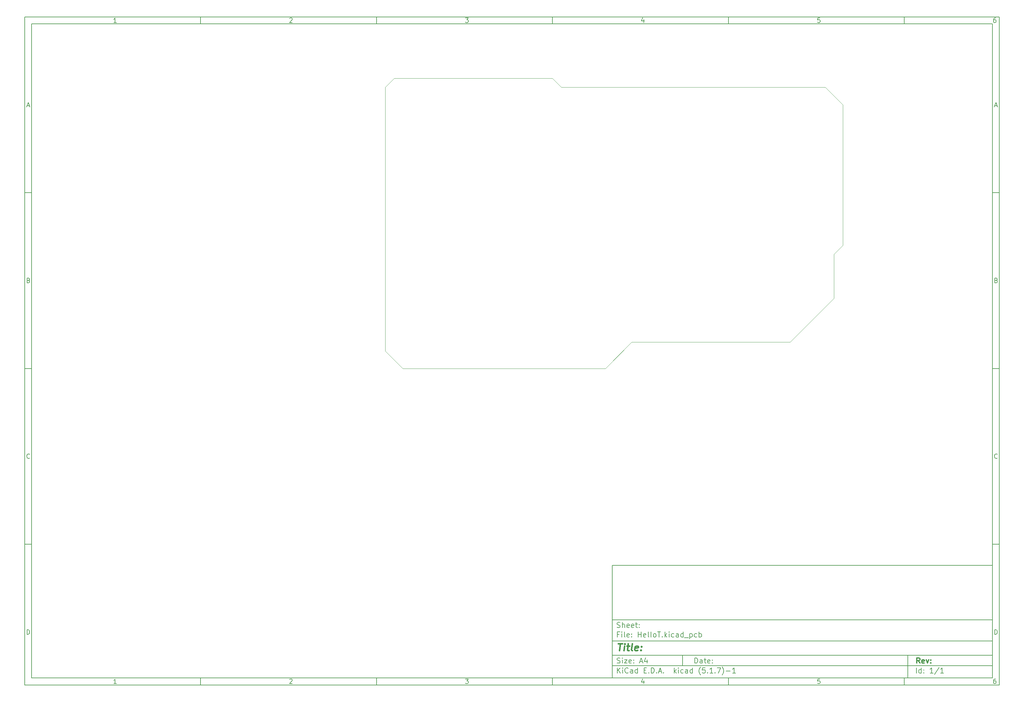
<source format=gbr>
%TF.GenerationSoftware,KiCad,Pcbnew,(5.1.7)-1*%
%TF.CreationDate,2020-12-03T05:33:56-05:00*%
%TF.ProjectId,HelIoT,48656c49-6f54-42e6-9b69-6361645f7063,rev?*%
%TF.SameCoordinates,Original*%
%TF.FileFunction,Profile,NP*%
%FSLAX46Y46*%
G04 Gerber Fmt 4.6, Leading zero omitted, Abs format (unit mm)*
G04 Created by KiCad (PCBNEW (5.1.7)-1) date 2020-12-03 05:33:56*
%MOMM*%
%LPD*%
G01*
G04 APERTURE LIST*
%ADD10C,0.100000*%
%ADD11C,0.150000*%
%ADD12C,0.300000*%
%ADD13C,0.400000*%
%TA.AperFunction,Profile*%
%ADD14C,0.100000*%
%TD*%
G04 APERTURE END LIST*
D10*
D11*
X177002200Y-166007200D02*
X177002200Y-198007200D01*
X285002200Y-198007200D01*
X285002200Y-166007200D01*
X177002200Y-166007200D01*
D10*
D11*
X10000000Y-10000000D02*
X10000000Y-200007200D01*
X287002200Y-200007200D01*
X287002200Y-10000000D01*
X10000000Y-10000000D01*
D10*
D11*
X12000000Y-12000000D02*
X12000000Y-198007200D01*
X285002200Y-198007200D01*
X285002200Y-12000000D01*
X12000000Y-12000000D01*
D10*
D11*
X60000000Y-12000000D02*
X60000000Y-10000000D01*
D10*
D11*
X110000000Y-12000000D02*
X110000000Y-10000000D01*
D10*
D11*
X160000000Y-12000000D02*
X160000000Y-10000000D01*
D10*
D11*
X210000000Y-12000000D02*
X210000000Y-10000000D01*
D10*
D11*
X260000000Y-12000000D02*
X260000000Y-10000000D01*
D10*
D11*
X36065476Y-11588095D02*
X35322619Y-11588095D01*
X35694047Y-11588095D02*
X35694047Y-10288095D01*
X35570238Y-10473809D01*
X35446428Y-10597619D01*
X35322619Y-10659523D01*
D10*
D11*
X85322619Y-10411904D02*
X85384523Y-10350000D01*
X85508333Y-10288095D01*
X85817857Y-10288095D01*
X85941666Y-10350000D01*
X86003571Y-10411904D01*
X86065476Y-10535714D01*
X86065476Y-10659523D01*
X86003571Y-10845238D01*
X85260714Y-11588095D01*
X86065476Y-11588095D01*
D10*
D11*
X135260714Y-10288095D02*
X136065476Y-10288095D01*
X135632142Y-10783333D01*
X135817857Y-10783333D01*
X135941666Y-10845238D01*
X136003571Y-10907142D01*
X136065476Y-11030952D01*
X136065476Y-11340476D01*
X136003571Y-11464285D01*
X135941666Y-11526190D01*
X135817857Y-11588095D01*
X135446428Y-11588095D01*
X135322619Y-11526190D01*
X135260714Y-11464285D01*
D10*
D11*
X185941666Y-10721428D02*
X185941666Y-11588095D01*
X185632142Y-10226190D02*
X185322619Y-11154761D01*
X186127380Y-11154761D01*
D10*
D11*
X236003571Y-10288095D02*
X235384523Y-10288095D01*
X235322619Y-10907142D01*
X235384523Y-10845238D01*
X235508333Y-10783333D01*
X235817857Y-10783333D01*
X235941666Y-10845238D01*
X236003571Y-10907142D01*
X236065476Y-11030952D01*
X236065476Y-11340476D01*
X236003571Y-11464285D01*
X235941666Y-11526190D01*
X235817857Y-11588095D01*
X235508333Y-11588095D01*
X235384523Y-11526190D01*
X235322619Y-11464285D01*
D10*
D11*
X285941666Y-10288095D02*
X285694047Y-10288095D01*
X285570238Y-10350000D01*
X285508333Y-10411904D01*
X285384523Y-10597619D01*
X285322619Y-10845238D01*
X285322619Y-11340476D01*
X285384523Y-11464285D01*
X285446428Y-11526190D01*
X285570238Y-11588095D01*
X285817857Y-11588095D01*
X285941666Y-11526190D01*
X286003571Y-11464285D01*
X286065476Y-11340476D01*
X286065476Y-11030952D01*
X286003571Y-10907142D01*
X285941666Y-10845238D01*
X285817857Y-10783333D01*
X285570238Y-10783333D01*
X285446428Y-10845238D01*
X285384523Y-10907142D01*
X285322619Y-11030952D01*
D10*
D11*
X60000000Y-198007200D02*
X60000000Y-200007200D01*
D10*
D11*
X110000000Y-198007200D02*
X110000000Y-200007200D01*
D10*
D11*
X160000000Y-198007200D02*
X160000000Y-200007200D01*
D10*
D11*
X210000000Y-198007200D02*
X210000000Y-200007200D01*
D10*
D11*
X260000000Y-198007200D02*
X260000000Y-200007200D01*
D10*
D11*
X36065476Y-199595295D02*
X35322619Y-199595295D01*
X35694047Y-199595295D02*
X35694047Y-198295295D01*
X35570238Y-198481009D01*
X35446428Y-198604819D01*
X35322619Y-198666723D01*
D10*
D11*
X85322619Y-198419104D02*
X85384523Y-198357200D01*
X85508333Y-198295295D01*
X85817857Y-198295295D01*
X85941666Y-198357200D01*
X86003571Y-198419104D01*
X86065476Y-198542914D01*
X86065476Y-198666723D01*
X86003571Y-198852438D01*
X85260714Y-199595295D01*
X86065476Y-199595295D01*
D10*
D11*
X135260714Y-198295295D02*
X136065476Y-198295295D01*
X135632142Y-198790533D01*
X135817857Y-198790533D01*
X135941666Y-198852438D01*
X136003571Y-198914342D01*
X136065476Y-199038152D01*
X136065476Y-199347676D01*
X136003571Y-199471485D01*
X135941666Y-199533390D01*
X135817857Y-199595295D01*
X135446428Y-199595295D01*
X135322619Y-199533390D01*
X135260714Y-199471485D01*
D10*
D11*
X185941666Y-198728628D02*
X185941666Y-199595295D01*
X185632142Y-198233390D02*
X185322619Y-199161961D01*
X186127380Y-199161961D01*
D10*
D11*
X236003571Y-198295295D02*
X235384523Y-198295295D01*
X235322619Y-198914342D01*
X235384523Y-198852438D01*
X235508333Y-198790533D01*
X235817857Y-198790533D01*
X235941666Y-198852438D01*
X236003571Y-198914342D01*
X236065476Y-199038152D01*
X236065476Y-199347676D01*
X236003571Y-199471485D01*
X235941666Y-199533390D01*
X235817857Y-199595295D01*
X235508333Y-199595295D01*
X235384523Y-199533390D01*
X235322619Y-199471485D01*
D10*
D11*
X285941666Y-198295295D02*
X285694047Y-198295295D01*
X285570238Y-198357200D01*
X285508333Y-198419104D01*
X285384523Y-198604819D01*
X285322619Y-198852438D01*
X285322619Y-199347676D01*
X285384523Y-199471485D01*
X285446428Y-199533390D01*
X285570238Y-199595295D01*
X285817857Y-199595295D01*
X285941666Y-199533390D01*
X286003571Y-199471485D01*
X286065476Y-199347676D01*
X286065476Y-199038152D01*
X286003571Y-198914342D01*
X285941666Y-198852438D01*
X285817857Y-198790533D01*
X285570238Y-198790533D01*
X285446428Y-198852438D01*
X285384523Y-198914342D01*
X285322619Y-199038152D01*
D10*
D11*
X10000000Y-60000000D02*
X12000000Y-60000000D01*
D10*
D11*
X10000000Y-110000000D02*
X12000000Y-110000000D01*
D10*
D11*
X10000000Y-160000000D02*
X12000000Y-160000000D01*
D10*
D11*
X10690476Y-35216666D02*
X11309523Y-35216666D01*
X10566666Y-35588095D02*
X11000000Y-34288095D01*
X11433333Y-35588095D01*
D10*
D11*
X11092857Y-84907142D02*
X11278571Y-84969047D01*
X11340476Y-85030952D01*
X11402380Y-85154761D01*
X11402380Y-85340476D01*
X11340476Y-85464285D01*
X11278571Y-85526190D01*
X11154761Y-85588095D01*
X10659523Y-85588095D01*
X10659523Y-84288095D01*
X11092857Y-84288095D01*
X11216666Y-84350000D01*
X11278571Y-84411904D01*
X11340476Y-84535714D01*
X11340476Y-84659523D01*
X11278571Y-84783333D01*
X11216666Y-84845238D01*
X11092857Y-84907142D01*
X10659523Y-84907142D01*
D10*
D11*
X11402380Y-135464285D02*
X11340476Y-135526190D01*
X11154761Y-135588095D01*
X11030952Y-135588095D01*
X10845238Y-135526190D01*
X10721428Y-135402380D01*
X10659523Y-135278571D01*
X10597619Y-135030952D01*
X10597619Y-134845238D01*
X10659523Y-134597619D01*
X10721428Y-134473809D01*
X10845238Y-134350000D01*
X11030952Y-134288095D01*
X11154761Y-134288095D01*
X11340476Y-134350000D01*
X11402380Y-134411904D01*
D10*
D11*
X10659523Y-185588095D02*
X10659523Y-184288095D01*
X10969047Y-184288095D01*
X11154761Y-184350000D01*
X11278571Y-184473809D01*
X11340476Y-184597619D01*
X11402380Y-184845238D01*
X11402380Y-185030952D01*
X11340476Y-185278571D01*
X11278571Y-185402380D01*
X11154761Y-185526190D01*
X10969047Y-185588095D01*
X10659523Y-185588095D01*
D10*
D11*
X287002200Y-60000000D02*
X285002200Y-60000000D01*
D10*
D11*
X287002200Y-110000000D02*
X285002200Y-110000000D01*
D10*
D11*
X287002200Y-160000000D02*
X285002200Y-160000000D01*
D10*
D11*
X285692676Y-35216666D02*
X286311723Y-35216666D01*
X285568866Y-35588095D02*
X286002200Y-34288095D01*
X286435533Y-35588095D01*
D10*
D11*
X286095057Y-84907142D02*
X286280771Y-84969047D01*
X286342676Y-85030952D01*
X286404580Y-85154761D01*
X286404580Y-85340476D01*
X286342676Y-85464285D01*
X286280771Y-85526190D01*
X286156961Y-85588095D01*
X285661723Y-85588095D01*
X285661723Y-84288095D01*
X286095057Y-84288095D01*
X286218866Y-84350000D01*
X286280771Y-84411904D01*
X286342676Y-84535714D01*
X286342676Y-84659523D01*
X286280771Y-84783333D01*
X286218866Y-84845238D01*
X286095057Y-84907142D01*
X285661723Y-84907142D01*
D10*
D11*
X286404580Y-135464285D02*
X286342676Y-135526190D01*
X286156961Y-135588095D01*
X286033152Y-135588095D01*
X285847438Y-135526190D01*
X285723628Y-135402380D01*
X285661723Y-135278571D01*
X285599819Y-135030952D01*
X285599819Y-134845238D01*
X285661723Y-134597619D01*
X285723628Y-134473809D01*
X285847438Y-134350000D01*
X286033152Y-134288095D01*
X286156961Y-134288095D01*
X286342676Y-134350000D01*
X286404580Y-134411904D01*
D10*
D11*
X285661723Y-185588095D02*
X285661723Y-184288095D01*
X285971247Y-184288095D01*
X286156961Y-184350000D01*
X286280771Y-184473809D01*
X286342676Y-184597619D01*
X286404580Y-184845238D01*
X286404580Y-185030952D01*
X286342676Y-185278571D01*
X286280771Y-185402380D01*
X286156961Y-185526190D01*
X285971247Y-185588095D01*
X285661723Y-185588095D01*
D10*
D11*
X200434342Y-193785771D02*
X200434342Y-192285771D01*
X200791485Y-192285771D01*
X201005771Y-192357200D01*
X201148628Y-192500057D01*
X201220057Y-192642914D01*
X201291485Y-192928628D01*
X201291485Y-193142914D01*
X201220057Y-193428628D01*
X201148628Y-193571485D01*
X201005771Y-193714342D01*
X200791485Y-193785771D01*
X200434342Y-193785771D01*
X202577200Y-193785771D02*
X202577200Y-193000057D01*
X202505771Y-192857200D01*
X202362914Y-192785771D01*
X202077200Y-192785771D01*
X201934342Y-192857200D01*
X202577200Y-193714342D02*
X202434342Y-193785771D01*
X202077200Y-193785771D01*
X201934342Y-193714342D01*
X201862914Y-193571485D01*
X201862914Y-193428628D01*
X201934342Y-193285771D01*
X202077200Y-193214342D01*
X202434342Y-193214342D01*
X202577200Y-193142914D01*
X203077200Y-192785771D02*
X203648628Y-192785771D01*
X203291485Y-192285771D02*
X203291485Y-193571485D01*
X203362914Y-193714342D01*
X203505771Y-193785771D01*
X203648628Y-193785771D01*
X204720057Y-193714342D02*
X204577200Y-193785771D01*
X204291485Y-193785771D01*
X204148628Y-193714342D01*
X204077200Y-193571485D01*
X204077200Y-193000057D01*
X204148628Y-192857200D01*
X204291485Y-192785771D01*
X204577200Y-192785771D01*
X204720057Y-192857200D01*
X204791485Y-193000057D01*
X204791485Y-193142914D01*
X204077200Y-193285771D01*
X205434342Y-193642914D02*
X205505771Y-193714342D01*
X205434342Y-193785771D01*
X205362914Y-193714342D01*
X205434342Y-193642914D01*
X205434342Y-193785771D01*
X205434342Y-192857200D02*
X205505771Y-192928628D01*
X205434342Y-193000057D01*
X205362914Y-192928628D01*
X205434342Y-192857200D01*
X205434342Y-193000057D01*
D10*
D11*
X177002200Y-194507200D02*
X285002200Y-194507200D01*
D10*
D11*
X178434342Y-196585771D02*
X178434342Y-195085771D01*
X179291485Y-196585771D02*
X178648628Y-195728628D01*
X179291485Y-195085771D02*
X178434342Y-195942914D01*
X179934342Y-196585771D02*
X179934342Y-195585771D01*
X179934342Y-195085771D02*
X179862914Y-195157200D01*
X179934342Y-195228628D01*
X180005771Y-195157200D01*
X179934342Y-195085771D01*
X179934342Y-195228628D01*
X181505771Y-196442914D02*
X181434342Y-196514342D01*
X181220057Y-196585771D01*
X181077200Y-196585771D01*
X180862914Y-196514342D01*
X180720057Y-196371485D01*
X180648628Y-196228628D01*
X180577200Y-195942914D01*
X180577200Y-195728628D01*
X180648628Y-195442914D01*
X180720057Y-195300057D01*
X180862914Y-195157200D01*
X181077200Y-195085771D01*
X181220057Y-195085771D01*
X181434342Y-195157200D01*
X181505771Y-195228628D01*
X182791485Y-196585771D02*
X182791485Y-195800057D01*
X182720057Y-195657200D01*
X182577200Y-195585771D01*
X182291485Y-195585771D01*
X182148628Y-195657200D01*
X182791485Y-196514342D02*
X182648628Y-196585771D01*
X182291485Y-196585771D01*
X182148628Y-196514342D01*
X182077200Y-196371485D01*
X182077200Y-196228628D01*
X182148628Y-196085771D01*
X182291485Y-196014342D01*
X182648628Y-196014342D01*
X182791485Y-195942914D01*
X184148628Y-196585771D02*
X184148628Y-195085771D01*
X184148628Y-196514342D02*
X184005771Y-196585771D01*
X183720057Y-196585771D01*
X183577200Y-196514342D01*
X183505771Y-196442914D01*
X183434342Y-196300057D01*
X183434342Y-195871485D01*
X183505771Y-195728628D01*
X183577200Y-195657200D01*
X183720057Y-195585771D01*
X184005771Y-195585771D01*
X184148628Y-195657200D01*
X186005771Y-195800057D02*
X186505771Y-195800057D01*
X186720057Y-196585771D02*
X186005771Y-196585771D01*
X186005771Y-195085771D01*
X186720057Y-195085771D01*
X187362914Y-196442914D02*
X187434342Y-196514342D01*
X187362914Y-196585771D01*
X187291485Y-196514342D01*
X187362914Y-196442914D01*
X187362914Y-196585771D01*
X188077200Y-196585771D02*
X188077200Y-195085771D01*
X188434342Y-195085771D01*
X188648628Y-195157200D01*
X188791485Y-195300057D01*
X188862914Y-195442914D01*
X188934342Y-195728628D01*
X188934342Y-195942914D01*
X188862914Y-196228628D01*
X188791485Y-196371485D01*
X188648628Y-196514342D01*
X188434342Y-196585771D01*
X188077200Y-196585771D01*
X189577200Y-196442914D02*
X189648628Y-196514342D01*
X189577200Y-196585771D01*
X189505771Y-196514342D01*
X189577200Y-196442914D01*
X189577200Y-196585771D01*
X190220057Y-196157200D02*
X190934342Y-196157200D01*
X190077200Y-196585771D02*
X190577200Y-195085771D01*
X191077200Y-196585771D01*
X191577200Y-196442914D02*
X191648628Y-196514342D01*
X191577200Y-196585771D01*
X191505771Y-196514342D01*
X191577200Y-196442914D01*
X191577200Y-196585771D01*
X194577200Y-196585771D02*
X194577200Y-195085771D01*
X194720057Y-196014342D02*
X195148628Y-196585771D01*
X195148628Y-195585771D02*
X194577200Y-196157200D01*
X195791485Y-196585771D02*
X195791485Y-195585771D01*
X195791485Y-195085771D02*
X195720057Y-195157200D01*
X195791485Y-195228628D01*
X195862914Y-195157200D01*
X195791485Y-195085771D01*
X195791485Y-195228628D01*
X197148628Y-196514342D02*
X197005771Y-196585771D01*
X196720057Y-196585771D01*
X196577200Y-196514342D01*
X196505771Y-196442914D01*
X196434342Y-196300057D01*
X196434342Y-195871485D01*
X196505771Y-195728628D01*
X196577200Y-195657200D01*
X196720057Y-195585771D01*
X197005771Y-195585771D01*
X197148628Y-195657200D01*
X198434342Y-196585771D02*
X198434342Y-195800057D01*
X198362914Y-195657200D01*
X198220057Y-195585771D01*
X197934342Y-195585771D01*
X197791485Y-195657200D01*
X198434342Y-196514342D02*
X198291485Y-196585771D01*
X197934342Y-196585771D01*
X197791485Y-196514342D01*
X197720057Y-196371485D01*
X197720057Y-196228628D01*
X197791485Y-196085771D01*
X197934342Y-196014342D01*
X198291485Y-196014342D01*
X198434342Y-195942914D01*
X199791485Y-196585771D02*
X199791485Y-195085771D01*
X199791485Y-196514342D02*
X199648628Y-196585771D01*
X199362914Y-196585771D01*
X199220057Y-196514342D01*
X199148628Y-196442914D01*
X199077200Y-196300057D01*
X199077200Y-195871485D01*
X199148628Y-195728628D01*
X199220057Y-195657200D01*
X199362914Y-195585771D01*
X199648628Y-195585771D01*
X199791485Y-195657200D01*
X202077200Y-197157200D02*
X202005771Y-197085771D01*
X201862914Y-196871485D01*
X201791485Y-196728628D01*
X201720057Y-196514342D01*
X201648628Y-196157200D01*
X201648628Y-195871485D01*
X201720057Y-195514342D01*
X201791485Y-195300057D01*
X201862914Y-195157200D01*
X202005771Y-194942914D01*
X202077200Y-194871485D01*
X203362914Y-195085771D02*
X202648628Y-195085771D01*
X202577200Y-195800057D01*
X202648628Y-195728628D01*
X202791485Y-195657200D01*
X203148628Y-195657200D01*
X203291485Y-195728628D01*
X203362914Y-195800057D01*
X203434342Y-195942914D01*
X203434342Y-196300057D01*
X203362914Y-196442914D01*
X203291485Y-196514342D01*
X203148628Y-196585771D01*
X202791485Y-196585771D01*
X202648628Y-196514342D01*
X202577200Y-196442914D01*
X204077200Y-196442914D02*
X204148628Y-196514342D01*
X204077200Y-196585771D01*
X204005771Y-196514342D01*
X204077200Y-196442914D01*
X204077200Y-196585771D01*
X205577200Y-196585771D02*
X204720057Y-196585771D01*
X205148628Y-196585771D02*
X205148628Y-195085771D01*
X205005771Y-195300057D01*
X204862914Y-195442914D01*
X204720057Y-195514342D01*
X206220057Y-196442914D02*
X206291485Y-196514342D01*
X206220057Y-196585771D01*
X206148628Y-196514342D01*
X206220057Y-196442914D01*
X206220057Y-196585771D01*
X206791485Y-195085771D02*
X207791485Y-195085771D01*
X207148628Y-196585771D01*
X208220057Y-197157200D02*
X208291485Y-197085771D01*
X208434342Y-196871485D01*
X208505771Y-196728628D01*
X208577200Y-196514342D01*
X208648628Y-196157200D01*
X208648628Y-195871485D01*
X208577200Y-195514342D01*
X208505771Y-195300057D01*
X208434342Y-195157200D01*
X208291485Y-194942914D01*
X208220057Y-194871485D01*
X209362914Y-196014342D02*
X210505771Y-196014342D01*
X212005771Y-196585771D02*
X211148628Y-196585771D01*
X211577200Y-196585771D02*
X211577200Y-195085771D01*
X211434342Y-195300057D01*
X211291485Y-195442914D01*
X211148628Y-195514342D01*
D10*
D11*
X177002200Y-191507200D02*
X285002200Y-191507200D01*
D10*
D12*
X264411485Y-193785771D02*
X263911485Y-193071485D01*
X263554342Y-193785771D02*
X263554342Y-192285771D01*
X264125771Y-192285771D01*
X264268628Y-192357200D01*
X264340057Y-192428628D01*
X264411485Y-192571485D01*
X264411485Y-192785771D01*
X264340057Y-192928628D01*
X264268628Y-193000057D01*
X264125771Y-193071485D01*
X263554342Y-193071485D01*
X265625771Y-193714342D02*
X265482914Y-193785771D01*
X265197200Y-193785771D01*
X265054342Y-193714342D01*
X264982914Y-193571485D01*
X264982914Y-193000057D01*
X265054342Y-192857200D01*
X265197200Y-192785771D01*
X265482914Y-192785771D01*
X265625771Y-192857200D01*
X265697200Y-193000057D01*
X265697200Y-193142914D01*
X264982914Y-193285771D01*
X266197200Y-192785771D02*
X266554342Y-193785771D01*
X266911485Y-192785771D01*
X267482914Y-193642914D02*
X267554342Y-193714342D01*
X267482914Y-193785771D01*
X267411485Y-193714342D01*
X267482914Y-193642914D01*
X267482914Y-193785771D01*
X267482914Y-192857200D02*
X267554342Y-192928628D01*
X267482914Y-193000057D01*
X267411485Y-192928628D01*
X267482914Y-192857200D01*
X267482914Y-193000057D01*
D10*
D11*
X178362914Y-193714342D02*
X178577200Y-193785771D01*
X178934342Y-193785771D01*
X179077200Y-193714342D01*
X179148628Y-193642914D01*
X179220057Y-193500057D01*
X179220057Y-193357200D01*
X179148628Y-193214342D01*
X179077200Y-193142914D01*
X178934342Y-193071485D01*
X178648628Y-193000057D01*
X178505771Y-192928628D01*
X178434342Y-192857200D01*
X178362914Y-192714342D01*
X178362914Y-192571485D01*
X178434342Y-192428628D01*
X178505771Y-192357200D01*
X178648628Y-192285771D01*
X179005771Y-192285771D01*
X179220057Y-192357200D01*
X179862914Y-193785771D02*
X179862914Y-192785771D01*
X179862914Y-192285771D02*
X179791485Y-192357200D01*
X179862914Y-192428628D01*
X179934342Y-192357200D01*
X179862914Y-192285771D01*
X179862914Y-192428628D01*
X180434342Y-192785771D02*
X181220057Y-192785771D01*
X180434342Y-193785771D01*
X181220057Y-193785771D01*
X182362914Y-193714342D02*
X182220057Y-193785771D01*
X181934342Y-193785771D01*
X181791485Y-193714342D01*
X181720057Y-193571485D01*
X181720057Y-193000057D01*
X181791485Y-192857200D01*
X181934342Y-192785771D01*
X182220057Y-192785771D01*
X182362914Y-192857200D01*
X182434342Y-193000057D01*
X182434342Y-193142914D01*
X181720057Y-193285771D01*
X183077200Y-193642914D02*
X183148628Y-193714342D01*
X183077200Y-193785771D01*
X183005771Y-193714342D01*
X183077200Y-193642914D01*
X183077200Y-193785771D01*
X183077200Y-192857200D02*
X183148628Y-192928628D01*
X183077200Y-193000057D01*
X183005771Y-192928628D01*
X183077200Y-192857200D01*
X183077200Y-193000057D01*
X184862914Y-193357200D02*
X185577200Y-193357200D01*
X184720057Y-193785771D02*
X185220057Y-192285771D01*
X185720057Y-193785771D01*
X186862914Y-192785771D02*
X186862914Y-193785771D01*
X186505771Y-192214342D02*
X186148628Y-193285771D01*
X187077200Y-193285771D01*
D10*
D11*
X263434342Y-196585771D02*
X263434342Y-195085771D01*
X264791485Y-196585771D02*
X264791485Y-195085771D01*
X264791485Y-196514342D02*
X264648628Y-196585771D01*
X264362914Y-196585771D01*
X264220057Y-196514342D01*
X264148628Y-196442914D01*
X264077200Y-196300057D01*
X264077200Y-195871485D01*
X264148628Y-195728628D01*
X264220057Y-195657200D01*
X264362914Y-195585771D01*
X264648628Y-195585771D01*
X264791485Y-195657200D01*
X265505771Y-196442914D02*
X265577200Y-196514342D01*
X265505771Y-196585771D01*
X265434342Y-196514342D01*
X265505771Y-196442914D01*
X265505771Y-196585771D01*
X265505771Y-195657200D02*
X265577200Y-195728628D01*
X265505771Y-195800057D01*
X265434342Y-195728628D01*
X265505771Y-195657200D01*
X265505771Y-195800057D01*
X268148628Y-196585771D02*
X267291485Y-196585771D01*
X267720057Y-196585771D02*
X267720057Y-195085771D01*
X267577200Y-195300057D01*
X267434342Y-195442914D01*
X267291485Y-195514342D01*
X269862914Y-195014342D02*
X268577200Y-196942914D01*
X271148628Y-196585771D02*
X270291485Y-196585771D01*
X270720057Y-196585771D02*
X270720057Y-195085771D01*
X270577200Y-195300057D01*
X270434342Y-195442914D01*
X270291485Y-195514342D01*
D10*
D11*
X177002200Y-187507200D02*
X285002200Y-187507200D01*
D10*
D13*
X178714580Y-188211961D02*
X179857438Y-188211961D01*
X179036009Y-190211961D02*
X179286009Y-188211961D01*
X180274104Y-190211961D02*
X180440771Y-188878628D01*
X180524104Y-188211961D02*
X180416961Y-188307200D01*
X180500295Y-188402438D01*
X180607438Y-188307200D01*
X180524104Y-188211961D01*
X180500295Y-188402438D01*
X181107438Y-188878628D02*
X181869342Y-188878628D01*
X181476485Y-188211961D02*
X181262200Y-189926247D01*
X181333628Y-190116723D01*
X181512200Y-190211961D01*
X181702676Y-190211961D01*
X182655057Y-190211961D02*
X182476485Y-190116723D01*
X182405057Y-189926247D01*
X182619342Y-188211961D01*
X184190771Y-190116723D02*
X183988390Y-190211961D01*
X183607438Y-190211961D01*
X183428866Y-190116723D01*
X183357438Y-189926247D01*
X183452676Y-189164342D01*
X183571723Y-188973866D01*
X183774104Y-188878628D01*
X184155057Y-188878628D01*
X184333628Y-188973866D01*
X184405057Y-189164342D01*
X184381247Y-189354819D01*
X183405057Y-189545295D01*
X185155057Y-190021485D02*
X185238390Y-190116723D01*
X185131247Y-190211961D01*
X185047914Y-190116723D01*
X185155057Y-190021485D01*
X185131247Y-190211961D01*
X185286009Y-188973866D02*
X185369342Y-189069104D01*
X185262200Y-189164342D01*
X185178866Y-189069104D01*
X185286009Y-188973866D01*
X185262200Y-189164342D01*
D10*
D11*
X178934342Y-185600057D02*
X178434342Y-185600057D01*
X178434342Y-186385771D02*
X178434342Y-184885771D01*
X179148628Y-184885771D01*
X179720057Y-186385771D02*
X179720057Y-185385771D01*
X179720057Y-184885771D02*
X179648628Y-184957200D01*
X179720057Y-185028628D01*
X179791485Y-184957200D01*
X179720057Y-184885771D01*
X179720057Y-185028628D01*
X180648628Y-186385771D02*
X180505771Y-186314342D01*
X180434342Y-186171485D01*
X180434342Y-184885771D01*
X181791485Y-186314342D02*
X181648628Y-186385771D01*
X181362914Y-186385771D01*
X181220057Y-186314342D01*
X181148628Y-186171485D01*
X181148628Y-185600057D01*
X181220057Y-185457200D01*
X181362914Y-185385771D01*
X181648628Y-185385771D01*
X181791485Y-185457200D01*
X181862914Y-185600057D01*
X181862914Y-185742914D01*
X181148628Y-185885771D01*
X182505771Y-186242914D02*
X182577200Y-186314342D01*
X182505771Y-186385771D01*
X182434342Y-186314342D01*
X182505771Y-186242914D01*
X182505771Y-186385771D01*
X182505771Y-185457200D02*
X182577200Y-185528628D01*
X182505771Y-185600057D01*
X182434342Y-185528628D01*
X182505771Y-185457200D01*
X182505771Y-185600057D01*
X184362914Y-186385771D02*
X184362914Y-184885771D01*
X184362914Y-185600057D02*
X185220057Y-185600057D01*
X185220057Y-186385771D02*
X185220057Y-184885771D01*
X186505771Y-186314342D02*
X186362914Y-186385771D01*
X186077200Y-186385771D01*
X185934342Y-186314342D01*
X185862914Y-186171485D01*
X185862914Y-185600057D01*
X185934342Y-185457200D01*
X186077200Y-185385771D01*
X186362914Y-185385771D01*
X186505771Y-185457200D01*
X186577200Y-185600057D01*
X186577200Y-185742914D01*
X185862914Y-185885771D01*
X187434342Y-186385771D02*
X187291485Y-186314342D01*
X187220057Y-186171485D01*
X187220057Y-184885771D01*
X188005771Y-186385771D02*
X188005771Y-184885771D01*
X188934342Y-186385771D02*
X188791485Y-186314342D01*
X188720057Y-186242914D01*
X188648628Y-186100057D01*
X188648628Y-185671485D01*
X188720057Y-185528628D01*
X188791485Y-185457200D01*
X188934342Y-185385771D01*
X189148628Y-185385771D01*
X189291485Y-185457200D01*
X189362914Y-185528628D01*
X189434342Y-185671485D01*
X189434342Y-186100057D01*
X189362914Y-186242914D01*
X189291485Y-186314342D01*
X189148628Y-186385771D01*
X188934342Y-186385771D01*
X189862914Y-184885771D02*
X190720057Y-184885771D01*
X190291485Y-186385771D02*
X190291485Y-184885771D01*
X191220057Y-186242914D02*
X191291485Y-186314342D01*
X191220057Y-186385771D01*
X191148628Y-186314342D01*
X191220057Y-186242914D01*
X191220057Y-186385771D01*
X191934342Y-186385771D02*
X191934342Y-184885771D01*
X192077200Y-185814342D02*
X192505771Y-186385771D01*
X192505771Y-185385771D02*
X191934342Y-185957200D01*
X193148628Y-186385771D02*
X193148628Y-185385771D01*
X193148628Y-184885771D02*
X193077200Y-184957200D01*
X193148628Y-185028628D01*
X193220057Y-184957200D01*
X193148628Y-184885771D01*
X193148628Y-185028628D01*
X194505771Y-186314342D02*
X194362914Y-186385771D01*
X194077200Y-186385771D01*
X193934342Y-186314342D01*
X193862914Y-186242914D01*
X193791485Y-186100057D01*
X193791485Y-185671485D01*
X193862914Y-185528628D01*
X193934342Y-185457200D01*
X194077200Y-185385771D01*
X194362914Y-185385771D01*
X194505771Y-185457200D01*
X195791485Y-186385771D02*
X195791485Y-185600057D01*
X195720057Y-185457200D01*
X195577200Y-185385771D01*
X195291485Y-185385771D01*
X195148628Y-185457200D01*
X195791485Y-186314342D02*
X195648628Y-186385771D01*
X195291485Y-186385771D01*
X195148628Y-186314342D01*
X195077200Y-186171485D01*
X195077200Y-186028628D01*
X195148628Y-185885771D01*
X195291485Y-185814342D01*
X195648628Y-185814342D01*
X195791485Y-185742914D01*
X197148628Y-186385771D02*
X197148628Y-184885771D01*
X197148628Y-186314342D02*
X197005771Y-186385771D01*
X196720057Y-186385771D01*
X196577200Y-186314342D01*
X196505771Y-186242914D01*
X196434342Y-186100057D01*
X196434342Y-185671485D01*
X196505771Y-185528628D01*
X196577200Y-185457200D01*
X196720057Y-185385771D01*
X197005771Y-185385771D01*
X197148628Y-185457200D01*
X197505771Y-186528628D02*
X198648628Y-186528628D01*
X199005771Y-185385771D02*
X199005771Y-186885771D01*
X199005771Y-185457200D02*
X199148628Y-185385771D01*
X199434342Y-185385771D01*
X199577200Y-185457200D01*
X199648628Y-185528628D01*
X199720057Y-185671485D01*
X199720057Y-186100057D01*
X199648628Y-186242914D01*
X199577200Y-186314342D01*
X199434342Y-186385771D01*
X199148628Y-186385771D01*
X199005771Y-186314342D01*
X201005771Y-186314342D02*
X200862914Y-186385771D01*
X200577200Y-186385771D01*
X200434342Y-186314342D01*
X200362914Y-186242914D01*
X200291485Y-186100057D01*
X200291485Y-185671485D01*
X200362914Y-185528628D01*
X200434342Y-185457200D01*
X200577200Y-185385771D01*
X200862914Y-185385771D01*
X201005771Y-185457200D01*
X201648628Y-186385771D02*
X201648628Y-184885771D01*
X201648628Y-185457200D02*
X201791485Y-185385771D01*
X202077200Y-185385771D01*
X202220057Y-185457200D01*
X202291485Y-185528628D01*
X202362914Y-185671485D01*
X202362914Y-186100057D01*
X202291485Y-186242914D01*
X202220057Y-186314342D01*
X202077200Y-186385771D01*
X201791485Y-186385771D01*
X201648628Y-186314342D01*
D10*
D11*
X177002200Y-181507200D02*
X285002200Y-181507200D01*
D10*
D11*
X178362914Y-183614342D02*
X178577200Y-183685771D01*
X178934342Y-183685771D01*
X179077200Y-183614342D01*
X179148628Y-183542914D01*
X179220057Y-183400057D01*
X179220057Y-183257200D01*
X179148628Y-183114342D01*
X179077200Y-183042914D01*
X178934342Y-182971485D01*
X178648628Y-182900057D01*
X178505771Y-182828628D01*
X178434342Y-182757200D01*
X178362914Y-182614342D01*
X178362914Y-182471485D01*
X178434342Y-182328628D01*
X178505771Y-182257200D01*
X178648628Y-182185771D01*
X179005771Y-182185771D01*
X179220057Y-182257200D01*
X179862914Y-183685771D02*
X179862914Y-182185771D01*
X180505771Y-183685771D02*
X180505771Y-182900057D01*
X180434342Y-182757200D01*
X180291485Y-182685771D01*
X180077200Y-182685771D01*
X179934342Y-182757200D01*
X179862914Y-182828628D01*
X181791485Y-183614342D02*
X181648628Y-183685771D01*
X181362914Y-183685771D01*
X181220057Y-183614342D01*
X181148628Y-183471485D01*
X181148628Y-182900057D01*
X181220057Y-182757200D01*
X181362914Y-182685771D01*
X181648628Y-182685771D01*
X181791485Y-182757200D01*
X181862914Y-182900057D01*
X181862914Y-183042914D01*
X181148628Y-183185771D01*
X183077200Y-183614342D02*
X182934342Y-183685771D01*
X182648628Y-183685771D01*
X182505771Y-183614342D01*
X182434342Y-183471485D01*
X182434342Y-182900057D01*
X182505771Y-182757200D01*
X182648628Y-182685771D01*
X182934342Y-182685771D01*
X183077200Y-182757200D01*
X183148628Y-182900057D01*
X183148628Y-183042914D01*
X182434342Y-183185771D01*
X183577200Y-182685771D02*
X184148628Y-182685771D01*
X183791485Y-182185771D02*
X183791485Y-183471485D01*
X183862914Y-183614342D01*
X184005771Y-183685771D01*
X184148628Y-183685771D01*
X184648628Y-183542914D02*
X184720057Y-183614342D01*
X184648628Y-183685771D01*
X184577200Y-183614342D01*
X184648628Y-183542914D01*
X184648628Y-183685771D01*
X184648628Y-182757200D02*
X184720057Y-182828628D01*
X184648628Y-182900057D01*
X184577200Y-182828628D01*
X184648628Y-182757200D01*
X184648628Y-182900057D01*
D10*
D11*
X197002200Y-191507200D02*
X197002200Y-194507200D01*
D10*
D11*
X261002200Y-191507200D02*
X261002200Y-198007200D01*
D14*
X182500000Y-102500000D02*
X227500000Y-102500000D01*
X175000000Y-110000000D02*
X182500000Y-102500000D01*
X117500000Y-110000000D02*
X175000000Y-110000000D01*
X112500000Y-105000000D02*
X117500000Y-110000000D01*
X112500000Y-30000000D02*
X112500000Y-105000000D01*
X115000000Y-27500000D02*
X112500000Y-30000000D01*
X227500000Y-102500000D02*
X227500000Y-102500000D01*
X240000000Y-90000000D02*
X227500000Y-102500000D01*
X240000000Y-77500000D02*
X240000000Y-90000000D01*
X242500000Y-75000000D02*
X240000000Y-77500000D01*
X242500000Y-35000000D02*
X242500000Y-75000000D01*
X237500000Y-30000000D02*
X242500000Y-35000000D01*
X185000000Y-30000000D02*
X237500000Y-30000000D01*
X182500000Y-30000000D02*
X185000000Y-30000000D01*
X162500000Y-30000000D02*
X182500000Y-30000000D01*
X160000000Y-27500000D02*
X162500000Y-30000000D01*
X115000000Y-27500000D02*
X160000000Y-27500000D01*
M02*

</source>
